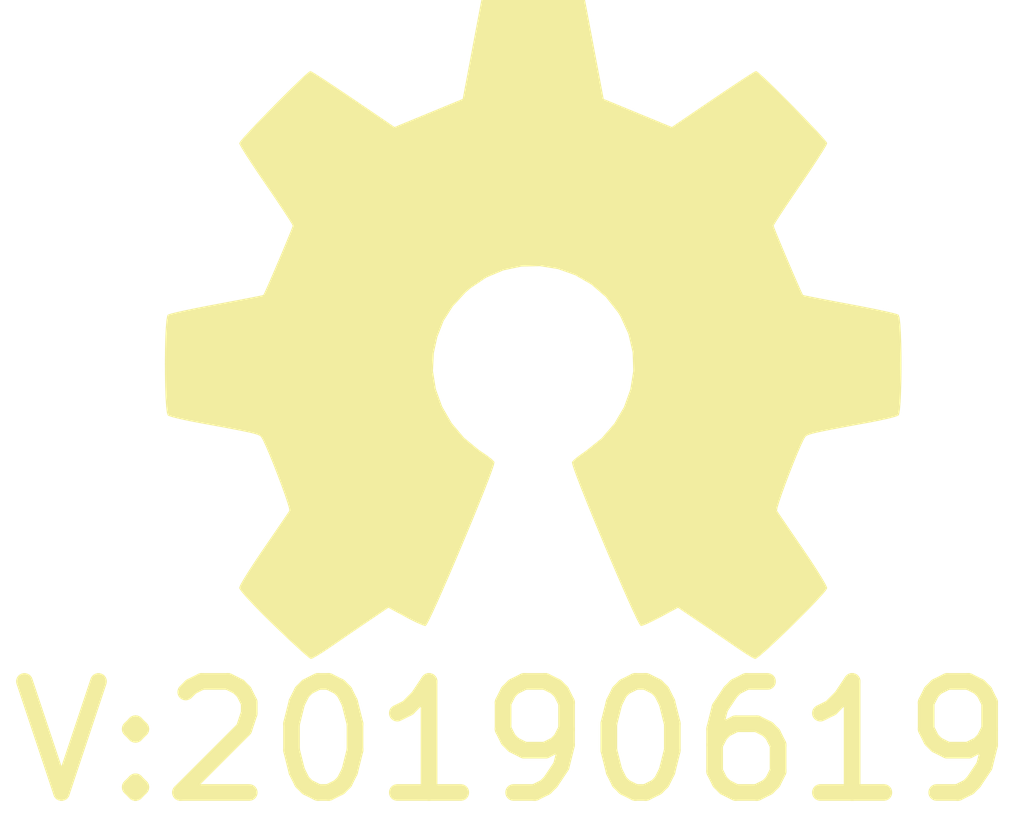
<source format=kicad_pcb>
(kicad_pcb (version 20171130) (host pcbnew 5.1.2-f72e74a~84~ubuntu18.04.1)

  (general
    (thickness 1.6)
    (drawings 0)
    (tracks 0)
    (zones 0)
    (modules 2)
    (nets 1)
  )

  (page A4)
  (layers
    (0 F.Cu signal)
    (31 B.Cu signal)
    (32 B.Adhes user)
    (33 F.Adhes user)
    (34 B.Paste user)
    (35 F.Paste user)
    (36 B.SilkS user)
    (37 F.SilkS user)
    (38 B.Mask user)
    (39 F.Mask user)
    (40 Dwgs.User user)
    (41 Cmts.User user)
    (42 Eco1.User user)
    (43 Eco2.User user)
    (44 Edge.Cuts user)
    (45 Margin user)
    (46 B.CrtYd user)
    (47 F.CrtYd user)
    (48 B.Fab user)
    (49 F.Fab user)
  )

  (setup
    (last_trace_width 0.1524)
    (user_trace_width 0.1524)
    (user_trace_width 0.2)
    (user_trace_width 0.3)
    (user_trace_width 0.4)
    (user_trace_width 0.6)
    (user_trace_width 1)
    (user_trace_width 1.5)
    (user_trace_width 2)
    (trace_clearance 0.1524)
    (zone_clearance 0.508)
    (zone_45_only no)
    (trace_min 0.1524)
    (via_size 0.381)
    (via_drill 0.254)
    (via_min_size 0.381)
    (via_min_drill 0.254)
    (user_via 0.4 0.254)
    (user_via 0.6 0.4)
    (user_via 0.8 0.6)
    (user_via 1 0.8)
    (user_via 1.3 1)
    (user_via 1.5 1.2)
    (user_via 1.7 1.4)
    (user_via 1.9 1.6)
    (uvia_size 0.381)
    (uvia_drill 0.254)
    (uvias_allowed no)
    (uvia_min_size 0.381)
    (uvia_min_drill 0.254)
    (edge_width 0.15)
    (segment_width 0.2)
    (pcb_text_width 0.3)
    (pcb_text_size 1.5 1.5)
    (mod_edge_width 0.15)
    (mod_text_size 1 1)
    (mod_text_width 0.15)
    (pad_size 1.524 1.524)
    (pad_drill 0.762)
    (pad_to_mask_clearance 0.1)
    (solder_mask_min_width 0.1)
    (pad_to_paste_clearance_ratio -0.15)
    (aux_axis_origin 0 0)
    (visible_elements FFFFFF7F)
    (pcbplotparams
      (layerselection 0x010fc_ffffffff)
      (usegerberextensions true)
      (usegerberattributes false)
      (usegerberadvancedattributes false)
      (creategerberjobfile false)
      (excludeedgelayer true)
      (linewidth 0.100000)
      (plotframeref false)
      (viasonmask false)
      (mode 1)
      (useauxorigin false)
      (hpglpennumber 1)
      (hpglpenspeed 20)
      (hpglpendiameter 15.000000)
      (psnegative false)
      (psa4output false)
      (plotreference true)
      (plotvalue true)
      (plotinvisibletext false)
      (padsonsilk false)
      (subtractmaskfromsilk false)
      (outputformat 1)
      (mirror false)
      (drillshape 0)
      (scaleselection 1)
      (outputdirectory "OSH_Park_2_layer_plots"))
  )

  (net 0 "")

  (net_class Default "This is the default net class."
    (clearance 0.1524)
    (trace_width 0.1524)
    (via_dia 0.381)
    (via_drill 0.254)
    (uvia_dia 0.381)
    (uvia_drill 0.254)
  )

  (module Symbols:OSHW-Symbol_6.7x6mm_SilkScreen (layer F.Cu) (tedit 0) (tstamp 5A135134)
    (at 148 101)
    (descr "Open Source Hardware Symbol")
    (tags "Logo Symbol OSHW")
    (path /5A135869)
    (attr virtual)
    (fp_text reference N1 (at 0 0) (layer F.SilkS) hide
      (effects (font (size 1 1) (thickness 0.15)))
    )
    (fp_text value OHWLOGO (at 0.75 0) (layer F.Fab) hide
      (effects (font (size 1 1) (thickness 0.15)))
    )
    (fp_poly (pts (xy 0.555814 -2.531069) (xy 0.639635 -2.086445) (xy 0.94892 -1.958947) (xy 1.258206 -1.831449)
      (xy 1.629246 -2.083754) (xy 1.733157 -2.154004) (xy 1.827087 -2.216728) (xy 1.906652 -2.269062)
      (xy 1.96747 -2.308143) (xy 2.005157 -2.331107) (xy 2.015421 -2.336058) (xy 2.03391 -2.323324)
      (xy 2.07342 -2.288118) (xy 2.129522 -2.234938) (xy 2.197787 -2.168282) (xy 2.273786 -2.092646)
      (xy 2.353092 -2.012528) (xy 2.431275 -1.932426) (xy 2.503907 -1.856836) (xy 2.566559 -1.790255)
      (xy 2.614803 -1.737182) (xy 2.64421 -1.702113) (xy 2.651241 -1.690377) (xy 2.641123 -1.66874)
      (xy 2.612759 -1.621338) (xy 2.569129 -1.552807) (xy 2.513218 -1.467785) (xy 2.448006 -1.370907)
      (xy 2.410219 -1.31565) (xy 2.341343 -1.214752) (xy 2.28014 -1.123701) (xy 2.229578 -1.04703)
      (xy 2.192628 -0.989272) (xy 2.172258 -0.954957) (xy 2.169197 -0.947746) (xy 2.176136 -0.927252)
      (xy 2.195051 -0.879487) (xy 2.223087 -0.811168) (xy 2.257391 -0.729011) (xy 2.295109 -0.63973)
      (xy 2.333387 -0.550042) (xy 2.36937 -0.466662) (xy 2.400206 -0.396306) (xy 2.423039 -0.34569)
      (xy 2.435017 -0.321529) (xy 2.435724 -0.320578) (xy 2.454531 -0.315964) (xy 2.504618 -0.305672)
      (xy 2.580793 -0.290713) (xy 2.677865 -0.272099) (xy 2.790643 -0.250841) (xy 2.856442 -0.238582)
      (xy 2.97695 -0.215638) (xy 3.085797 -0.193805) (xy 3.177476 -0.174278) (xy 3.246481 -0.158252)
      (xy 3.287304 -0.146921) (xy 3.295511 -0.143326) (xy 3.303548 -0.118994) (xy 3.310033 -0.064041)
      (xy 3.31497 0.015108) (xy 3.318364 0.112026) (xy 3.320218 0.220287) (xy 3.320538 0.333465)
      (xy 3.319327 0.445135) (xy 3.31659 0.548868) (xy 3.312331 0.638241) (xy 3.306555 0.706826)
      (xy 3.299267 0.748197) (xy 3.294895 0.75681) (xy 3.268764 0.767133) (xy 3.213393 0.781892)
      (xy 3.136107 0.799352) (xy 3.04423 0.81778) (xy 3.012158 0.823741) (xy 2.857524 0.852066)
      (xy 2.735375 0.874876) (xy 2.641673 0.89308) (xy 2.572384 0.907583) (xy 2.523471 0.919292)
      (xy 2.490897 0.929115) (xy 2.470628 0.937956) (xy 2.458626 0.946724) (xy 2.456947 0.948457)
      (xy 2.440184 0.976371) (xy 2.414614 1.030695) (xy 2.382788 1.104777) (xy 2.34726 1.191965)
      (xy 2.310583 1.285608) (xy 2.275311 1.379052) (xy 2.243996 1.465647) (xy 2.219193 1.53874)
      (xy 2.203454 1.591678) (xy 2.199332 1.617811) (xy 2.199676 1.618726) (xy 2.213641 1.640086)
      (xy 2.245322 1.687084) (xy 2.291391 1.754827) (xy 2.348518 1.838423) (xy 2.413373 1.932982)
      (xy 2.431843 1.959854) (xy 2.497699 2.057275) (xy 2.55565 2.146163) (xy 2.602538 2.221412)
      (xy 2.635207 2.27792) (xy 2.6505 2.310581) (xy 2.651241 2.314593) (xy 2.638392 2.335684)
      (xy 2.602888 2.377464) (xy 2.549293 2.435445) (xy 2.482171 2.505135) (xy 2.406087 2.582045)
      (xy 2.325604 2.661683) (xy 2.245287 2.739561) (xy 2.169699 2.811186) (xy 2.103405 2.87207)
      (xy 2.050969 2.917721) (xy 2.016955 2.94365) (xy 2.007545 2.947883) (xy 1.985643 2.937912)
      (xy 1.9408 2.91102) (xy 1.880321 2.871736) (xy 1.833789 2.840117) (xy 1.749475 2.782098)
      (xy 1.649626 2.713784) (xy 1.549473 2.645579) (xy 1.495627 2.609075) (xy 1.313371 2.4858)
      (xy 1.160381 2.56852) (xy 1.090682 2.604759) (xy 1.031414 2.632926) (xy 0.991311 2.648991)
      (xy 0.981103 2.651226) (xy 0.968829 2.634722) (xy 0.944613 2.588082) (xy 0.910263 2.515609)
      (xy 0.867588 2.421606) (xy 0.818394 2.310374) (xy 0.76449 2.186215) (xy 0.707684 2.053432)
      (xy 0.649782 1.916327) (xy 0.592593 1.779202) (xy 0.537924 1.646358) (xy 0.487584 1.522098)
      (xy 0.44338 1.410725) (xy 0.407119 1.316539) (xy 0.380609 1.243844) (xy 0.365658 1.196941)
      (xy 0.363254 1.180833) (xy 0.382311 1.160286) (xy 0.424036 1.126933) (xy 0.479706 1.087702)
      (xy 0.484378 1.084599) (xy 0.628264 0.969423) (xy 0.744283 0.835053) (xy 0.83143 0.685784)
      (xy 0.888699 0.525913) (xy 0.915086 0.359737) (xy 0.909585 0.191552) (xy 0.87119 0.025655)
      (xy 0.798895 -0.133658) (xy 0.777626 -0.168513) (xy 0.666996 -0.309263) (xy 0.536302 -0.422286)
      (xy 0.390064 -0.506997) (xy 0.232808 -0.562806) (xy 0.069057 -0.589126) (xy -0.096667 -0.58537)
      (xy -0.259838 -0.55095) (xy -0.415935 -0.485277) (xy -0.560433 -0.387765) (xy -0.605131 -0.348187)
      (xy -0.718888 -0.224297) (xy -0.801782 -0.093876) (xy -0.858644 0.052315) (xy -0.890313 0.197088)
      (xy -0.898131 0.35986) (xy -0.872062 0.52344) (xy -0.814755 0.682298) (xy -0.728856 0.830906)
      (xy -0.617014 0.963735) (xy -0.481877 1.075256) (xy -0.464117 1.087011) (xy -0.40785 1.125508)
      (xy -0.365077 1.158863) (xy -0.344628 1.18016) (xy -0.344331 1.180833) (xy -0.348721 1.203871)
      (xy -0.366124 1.256157) (xy -0.394732 1.33339) (xy -0.432735 1.431268) (xy -0.478326 1.545491)
      (xy -0.529697 1.671758) (xy -0.585038 1.805767) (xy -0.642542 1.943218) (xy -0.700399 2.079808)
      (xy -0.756802 2.211237) (xy -0.809942 2.333205) (xy -0.85801 2.441409) (xy -0.899199 2.531549)
      (xy -0.931699 2.599323) (xy -0.953703 2.64043) (xy -0.962564 2.651226) (xy -0.98964 2.642819)
      (xy -1.040303 2.620272) (xy -1.105817 2.587613) (xy -1.141841 2.56852) (xy -1.294832 2.4858)
      (xy -1.477088 2.609075) (xy -1.570125 2.672228) (xy -1.671985 2.741727) (xy -1.767438 2.807165)
      (xy -1.81525 2.840117) (xy -1.882495 2.885273) (xy -1.939436 2.921057) (xy -1.978646 2.942938)
      (xy -1.991381 2.947563) (xy -2.009917 2.935085) (xy -2.050941 2.900252) (xy -2.110475 2.846678)
      (xy -2.184542 2.777983) (xy -2.269165 2.697781) (xy -2.322685 2.646286) (xy -2.416319 2.554286)
      (xy -2.497241 2.471999) (xy -2.562177 2.402945) (xy -2.607858 2.350644) (xy -2.631011 2.318616)
      (xy -2.633232 2.312116) (xy -2.622924 2.287394) (xy -2.594439 2.237405) (xy -2.550937 2.167212)
      (xy -2.495577 2.081875) (xy -2.43152 1.986456) (xy -2.413303 1.959854) (xy -2.346927 1.863167)
      (xy -2.287378 1.776117) (xy -2.237984 1.703595) (xy -2.202075 1.650493) (xy -2.182981 1.621703)
      (xy -2.181136 1.618726) (xy -2.183895 1.595782) (xy -2.198538 1.545336) (xy -2.222513 1.474041)
      (xy -2.253266 1.388547) (xy -2.288244 1.295507) (xy -2.324893 1.201574) (xy -2.360661 1.113399)
      (xy -2.392994 1.037634) (xy -2.419338 0.980931) (xy -2.437142 0.949943) (xy -2.438407 0.948457)
      (xy -2.449294 0.939601) (xy -2.467682 0.930843) (xy -2.497606 0.921277) (xy -2.543103 0.909996)
      (xy -2.608209 0.896093) (xy -2.696961 0.878663) (xy -2.813393 0.856798) (xy -2.961542 0.829591)
      (xy -2.993618 0.823741) (xy -3.088686 0.805374) (xy -3.171565 0.787405) (xy -3.23493 0.771569)
      (xy -3.271458 0.7596) (xy -3.276356 0.75681) (xy -3.284427 0.732072) (xy -3.290987 0.67679)
      (xy -3.296033 0.597389) (xy -3.299559 0.500296) (xy -3.301561 0.391938) (xy -3.302036 0.27874)
      (xy -3.300977 0.167128) (xy -3.298382 0.063529) (xy -3.294246 -0.025632) (xy -3.288563 -0.093928)
      (xy -3.281331 -0.134934) (xy -3.276971 -0.143326) (xy -3.252698 -0.151792) (xy -3.197426 -0.165565)
      (xy -3.116662 -0.18345) (xy -3.015912 -0.204252) (xy -2.900683 -0.226777) (xy -2.837902 -0.238582)
      (xy -2.718787 -0.260849) (xy -2.612565 -0.281021) (xy -2.524427 -0.298085) (xy -2.459566 -0.311031)
      (xy -2.423174 -0.318845) (xy -2.417184 -0.320578) (xy -2.407061 -0.34011) (xy -2.385662 -0.387157)
      (xy -2.355839 -0.454997) (xy -2.320445 -0.536909) (xy -2.282332 -0.626172) (xy -2.244353 -0.716065)
      (xy -2.20936 -0.799865) (xy -2.180206 -0.870853) (xy -2.159743 -0.922306) (xy -2.150823 -0.947503)
      (xy -2.150657 -0.948604) (xy -2.160769 -0.968481) (xy -2.189117 -1.014223) (xy -2.232723 -1.081283)
      (xy -2.288606 -1.165116) (xy -2.353787 -1.261174) (xy -2.391679 -1.31635) (xy -2.460725 -1.417519)
      (xy -2.52205 -1.50937) (xy -2.572663 -1.587256) (xy -2.609571 -1.646531) (xy -2.629782 -1.682549)
      (xy -2.632701 -1.690623) (xy -2.620153 -1.709416) (xy -2.585463 -1.749543) (xy -2.533063 -1.806507)
      (xy -2.467384 -1.875815) (xy -2.392856 -1.952969) (xy -2.313913 -2.033475) (xy -2.234983 -2.112837)
      (xy -2.1605 -2.18656) (xy -2.094894 -2.250148) (xy -2.042596 -2.299106) (xy -2.008039 -2.328939)
      (xy -1.996478 -2.336058) (xy -1.977654 -2.326047) (xy -1.932631 -2.297922) (xy -1.865787 -2.254546)
      (xy -1.781499 -2.198782) (xy -1.684144 -2.133494) (xy -1.610707 -2.083754) (xy -1.239667 -1.831449)
      (xy -0.621095 -2.086445) (xy -0.537275 -2.531069) (xy -0.453454 -2.975693) (xy 0.471994 -2.975693)
      (xy 0.555814 -2.531069)) (layer F.SilkS) (width 0.01))
  )

  (module SquantorLabels:Label_version (layer F.Cu) (tedit 5B5A1E49) (tstamp 5B96DD88)
    (at 148.9 104.8)
    (path /5A1357A5)
    (fp_text reference N2 (at 0 1.4) (layer F.Fab) hide
      (effects (font (size 1 1) (thickness 0.15)))
    )
    (fp_text value 20190619 (at -0.4 -0.1) (layer F.SilkS)
      (effects (font (size 1 1) (thickness 0.15)))
    )
    (fp_text user V: (at -4.9 -0.1) (layer F.SilkS)
      (effects (font (size 1 1) (thickness 0.15)))
    )
  )

)

</source>
